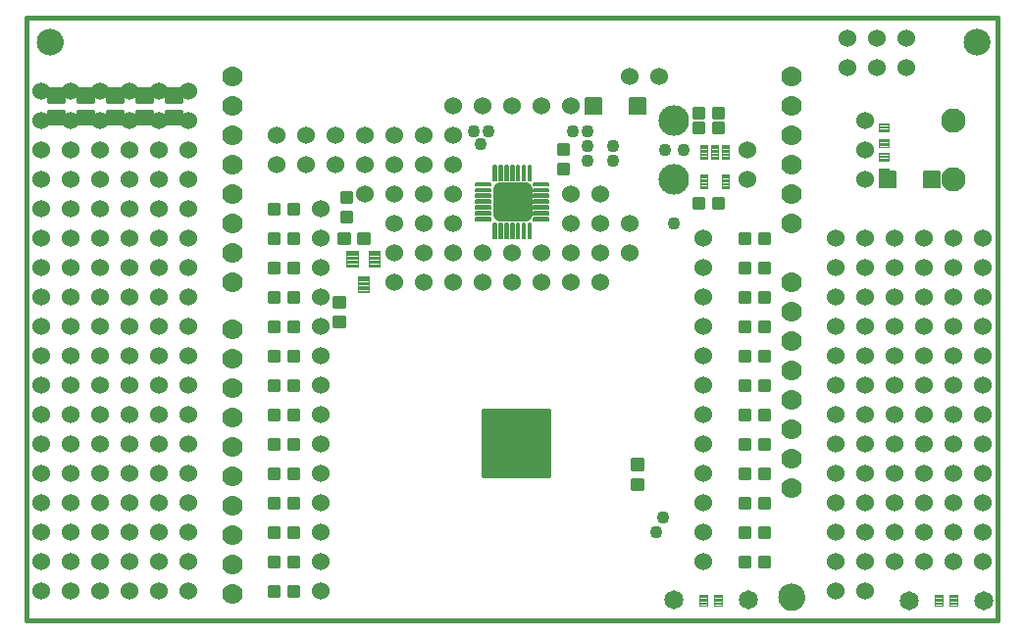
<source format=gbs>
G75*
%MOMM*%
%OFA0B0*%
%FSLAX33Y33*%
%IPPOS*%
%LPD*%
%AMOC8*
5,1,8,0,0,1.08239X$1,22.5*
%
%ADD10C,0.406*%
%ADD11C,0.000*%
%ADD12C,2.302*%
%ADD13C,0.254*%
%ADD14C,0.330*%
%ADD15C,1.524*%
%ADD16C,0.110*%
%ADD17C,0.118*%
%ADD18C,1.778*%
%ADD19C,2.102*%
%ADD20C,0.150*%
%ADD21C,0.120*%
%ADD22C,0.420*%
%ADD23C,2.642*%
%ADD24C,0.144*%
%ADD25C,1.089*%
%ADD26C,1.642*%
%ADD27C,1.102*%
%ADD28C,1.502*%
D10*
X00000Y00000D02*
X00000Y52060D01*
X83820Y52070D01*
X83820Y00000D01*
X00000Y00000D01*
D11*
X00900Y50000D02*
X00902Y50066D01*
X00908Y50131D01*
X00918Y50196D01*
X00931Y50261D01*
X00949Y50324D01*
X00970Y50387D01*
X00995Y50447D01*
X01024Y50507D01*
X01056Y50564D01*
X01091Y50620D01*
X01130Y50673D01*
X01172Y50724D01*
X01216Y50772D01*
X01264Y50817D01*
X01314Y50860D01*
X01367Y50899D01*
X01422Y50936D01*
X01479Y50969D01*
X01538Y50998D01*
X01598Y51024D01*
X01660Y51046D01*
X01723Y51065D01*
X01787Y51079D01*
X01852Y51090D01*
X01918Y51097D01*
X01984Y51100D01*
X02049Y51099D01*
X02115Y51094D01*
X02180Y51085D01*
X02245Y51072D01*
X02308Y51056D01*
X02371Y51036D01*
X02432Y51011D01*
X02492Y50984D01*
X02550Y50953D01*
X02606Y50918D01*
X02660Y50880D01*
X02711Y50839D01*
X02760Y50795D01*
X02806Y50748D01*
X02850Y50699D01*
X02890Y50647D01*
X02927Y50592D01*
X02961Y50536D01*
X02991Y50477D01*
X03018Y50417D01*
X03041Y50356D01*
X03060Y50293D01*
X03076Y50229D01*
X03088Y50164D01*
X03096Y50099D01*
X03100Y50033D01*
X03100Y49967D01*
X03096Y49901D01*
X03088Y49836D01*
X03076Y49771D01*
X03060Y49707D01*
X03041Y49644D01*
X03018Y49583D01*
X02991Y49523D01*
X02961Y49464D01*
X02927Y49408D01*
X02890Y49353D01*
X02850Y49301D01*
X02806Y49252D01*
X02760Y49205D01*
X02711Y49161D01*
X02660Y49120D01*
X02606Y49082D01*
X02550Y49047D01*
X02492Y49016D01*
X02432Y48989D01*
X02371Y48964D01*
X02308Y48944D01*
X02245Y48928D01*
X02180Y48915D01*
X02115Y48906D01*
X02049Y48901D01*
X01984Y48900D01*
X01918Y48903D01*
X01852Y48910D01*
X01787Y48921D01*
X01723Y48935D01*
X01660Y48954D01*
X01598Y48976D01*
X01538Y49002D01*
X01479Y49031D01*
X01422Y49064D01*
X01367Y49101D01*
X01314Y49140D01*
X01264Y49183D01*
X01216Y49228D01*
X01172Y49276D01*
X01130Y49327D01*
X01091Y49380D01*
X01056Y49436D01*
X01024Y49493D01*
X00995Y49553D01*
X00970Y49613D01*
X00949Y49676D01*
X00931Y49739D01*
X00918Y49804D01*
X00908Y49869D01*
X00902Y49934D01*
X00900Y50000D01*
X64900Y02000D02*
X64902Y02066D01*
X64908Y02131D01*
X64918Y02196D01*
X64931Y02261D01*
X64949Y02324D01*
X64970Y02387D01*
X64995Y02447D01*
X65024Y02507D01*
X65056Y02564D01*
X65091Y02620D01*
X65130Y02673D01*
X65172Y02724D01*
X65216Y02772D01*
X65264Y02817D01*
X65314Y02860D01*
X65367Y02899D01*
X65422Y02936D01*
X65479Y02969D01*
X65538Y02998D01*
X65598Y03024D01*
X65660Y03046D01*
X65723Y03065D01*
X65787Y03079D01*
X65852Y03090D01*
X65918Y03097D01*
X65984Y03100D01*
X66049Y03099D01*
X66115Y03094D01*
X66180Y03085D01*
X66245Y03072D01*
X66308Y03056D01*
X66371Y03036D01*
X66432Y03011D01*
X66492Y02984D01*
X66550Y02953D01*
X66606Y02918D01*
X66660Y02880D01*
X66711Y02839D01*
X66760Y02795D01*
X66806Y02748D01*
X66850Y02699D01*
X66890Y02647D01*
X66927Y02592D01*
X66961Y02536D01*
X66991Y02477D01*
X67018Y02417D01*
X67041Y02356D01*
X67060Y02293D01*
X67076Y02229D01*
X67088Y02164D01*
X67096Y02099D01*
X67100Y02033D01*
X67100Y01967D01*
X67096Y01901D01*
X67088Y01836D01*
X67076Y01771D01*
X67060Y01707D01*
X67041Y01644D01*
X67018Y01583D01*
X66991Y01523D01*
X66961Y01464D01*
X66927Y01408D01*
X66890Y01353D01*
X66850Y01301D01*
X66806Y01252D01*
X66760Y01205D01*
X66711Y01161D01*
X66660Y01120D01*
X66606Y01082D01*
X66550Y01047D01*
X66492Y01016D01*
X66432Y00989D01*
X66371Y00964D01*
X66308Y00944D01*
X66245Y00928D01*
X66180Y00915D01*
X66115Y00906D01*
X66049Y00901D01*
X65984Y00900D01*
X65918Y00903D01*
X65852Y00910D01*
X65787Y00921D01*
X65723Y00935D01*
X65660Y00954D01*
X65598Y00976D01*
X65538Y01002D01*
X65479Y01031D01*
X65422Y01064D01*
X65367Y01101D01*
X65314Y01140D01*
X65264Y01183D01*
X65216Y01228D01*
X65172Y01276D01*
X65130Y01327D01*
X65091Y01380D01*
X65056Y01436D01*
X65024Y01493D01*
X64995Y01553D01*
X64970Y01613D01*
X64949Y01676D01*
X64931Y01739D01*
X64918Y01804D01*
X64908Y01869D01*
X64902Y01934D01*
X64900Y02000D01*
X80900Y50000D02*
X80902Y50066D01*
X80908Y50131D01*
X80918Y50196D01*
X80931Y50261D01*
X80949Y50324D01*
X80970Y50387D01*
X80995Y50447D01*
X81024Y50507D01*
X81056Y50564D01*
X81091Y50620D01*
X81130Y50673D01*
X81172Y50724D01*
X81216Y50772D01*
X81264Y50817D01*
X81314Y50860D01*
X81367Y50899D01*
X81422Y50936D01*
X81479Y50969D01*
X81538Y50998D01*
X81598Y51024D01*
X81660Y51046D01*
X81723Y51065D01*
X81787Y51079D01*
X81852Y51090D01*
X81918Y51097D01*
X81984Y51100D01*
X82049Y51099D01*
X82115Y51094D01*
X82180Y51085D01*
X82245Y51072D01*
X82308Y51056D01*
X82371Y51036D01*
X82432Y51011D01*
X82492Y50984D01*
X82550Y50953D01*
X82606Y50918D01*
X82660Y50880D01*
X82711Y50839D01*
X82760Y50795D01*
X82806Y50748D01*
X82850Y50699D01*
X82890Y50647D01*
X82927Y50592D01*
X82961Y50536D01*
X82991Y50477D01*
X83018Y50417D01*
X83041Y50356D01*
X83060Y50293D01*
X83076Y50229D01*
X83088Y50164D01*
X83096Y50099D01*
X83100Y50033D01*
X83100Y49967D01*
X83096Y49901D01*
X83088Y49836D01*
X83076Y49771D01*
X83060Y49707D01*
X83041Y49644D01*
X83018Y49583D01*
X82991Y49523D01*
X82961Y49464D01*
X82927Y49408D01*
X82890Y49353D01*
X82850Y49301D01*
X82806Y49252D01*
X82760Y49205D01*
X82711Y49161D01*
X82660Y49120D01*
X82606Y49082D01*
X82550Y49047D01*
X82492Y49016D01*
X82432Y48989D01*
X82371Y48964D01*
X82308Y48944D01*
X82245Y48928D01*
X82180Y48915D01*
X82115Y48906D01*
X82049Y48901D01*
X81984Y48900D01*
X81918Y48903D01*
X81852Y48910D01*
X81787Y48921D01*
X81723Y48935D01*
X81660Y48954D01*
X81598Y48976D01*
X81538Y49002D01*
X81479Y49031D01*
X81422Y49064D01*
X81367Y49101D01*
X81314Y49140D01*
X81264Y49183D01*
X81216Y49228D01*
X81172Y49276D01*
X81130Y49327D01*
X81091Y49380D01*
X81056Y49436D01*
X81024Y49493D01*
X80995Y49553D01*
X80970Y49613D01*
X80949Y49676D01*
X80931Y49739D01*
X80918Y49804D01*
X80908Y49869D01*
X80902Y49934D01*
X80900Y50000D01*
D12*
X82000Y50000D03*
X66000Y02000D03*
X02000Y50000D03*
D13*
X39370Y18177D02*
X45085Y18177D01*
X45085Y12462D01*
X39370Y12462D01*
X39370Y18177D01*
X39370Y17928D02*
X45085Y17928D01*
X45085Y17675D02*
X39370Y17675D01*
X39370Y17423D02*
X45085Y17423D01*
X45085Y17170D02*
X39370Y17170D01*
X39370Y16918D02*
X45085Y16918D01*
X45085Y16665D02*
X39370Y16665D01*
X39370Y16413D02*
X45085Y16413D01*
X45085Y16160D02*
X39370Y16160D01*
X39370Y15907D02*
X45085Y15907D01*
X45085Y15655D02*
X39370Y15655D01*
X39370Y15402D02*
X45085Y15402D01*
X45085Y15150D02*
X39370Y15150D01*
X39370Y14897D02*
X45085Y14897D01*
X45085Y14645D02*
X39370Y14645D01*
X39370Y14392D02*
X45085Y14392D01*
X45085Y14140D02*
X39370Y14140D01*
X39370Y13887D02*
X45085Y13887D01*
X45085Y13635D02*
X39370Y13635D01*
X39370Y13382D02*
X45085Y13382D01*
X45085Y13130D02*
X39370Y13130D01*
X39370Y12877D02*
X45085Y12877D01*
X45085Y12625D02*
X39370Y12625D01*
D14*
X53106Y13081D02*
X53106Y13853D01*
X53106Y13081D02*
X52334Y13081D01*
X52334Y13853D01*
X53106Y13853D01*
X53106Y13410D02*
X52334Y13410D01*
X52334Y13739D02*
X53106Y13739D01*
X53106Y12153D02*
X53106Y11381D01*
X52334Y11381D01*
X52334Y12153D01*
X53106Y12153D01*
X53106Y11710D02*
X52334Y11710D01*
X52334Y12039D02*
X53106Y12039D01*
X61629Y13086D02*
X62401Y13086D01*
X62401Y12314D01*
X61629Y12314D01*
X61629Y13086D01*
X61629Y12643D02*
X62401Y12643D01*
X62401Y12972D02*
X61629Y12972D01*
X63329Y13086D02*
X64101Y13086D01*
X64101Y12314D01*
X63329Y12314D01*
X63329Y13086D01*
X63329Y12643D02*
X64101Y12643D01*
X64101Y12972D02*
X63329Y12972D01*
X63329Y10546D02*
X64101Y10546D01*
X64101Y09774D01*
X63329Y09774D01*
X63329Y10546D01*
X63329Y10103D02*
X64101Y10103D01*
X64101Y10432D02*
X63329Y10432D01*
X62401Y10546D02*
X61629Y10546D01*
X62401Y10546D02*
X62401Y09774D01*
X61629Y09774D01*
X61629Y10546D01*
X61629Y10103D02*
X62401Y10103D01*
X62401Y10432D02*
X61629Y10432D01*
X61629Y08006D02*
X62401Y08006D01*
X62401Y07234D01*
X61629Y07234D01*
X61629Y08006D01*
X61629Y07563D02*
X62401Y07563D01*
X62401Y07892D02*
X61629Y07892D01*
X63329Y08006D02*
X64101Y08006D01*
X64101Y07234D01*
X63329Y07234D01*
X63329Y08006D01*
X63329Y07563D02*
X64101Y07563D01*
X64101Y07892D02*
X63329Y07892D01*
X63329Y05466D02*
X64101Y05466D01*
X64101Y04694D01*
X63329Y04694D01*
X63329Y05466D01*
X63329Y05023D02*
X64101Y05023D01*
X64101Y05352D02*
X63329Y05352D01*
X62401Y05466D02*
X61629Y05466D01*
X62401Y05466D02*
X62401Y04694D01*
X61629Y04694D01*
X61629Y05466D01*
X61629Y05023D02*
X62401Y05023D01*
X62401Y05352D02*
X61629Y05352D01*
X61629Y15626D02*
X62401Y15626D01*
X62401Y14854D01*
X61629Y14854D01*
X61629Y15626D01*
X61629Y15183D02*
X62401Y15183D01*
X62401Y15512D02*
X61629Y15512D01*
X63329Y15626D02*
X64101Y15626D01*
X64101Y14854D01*
X63329Y14854D01*
X63329Y15626D01*
X63329Y15183D02*
X64101Y15183D01*
X64101Y15512D02*
X63329Y15512D01*
X63329Y18166D02*
X64101Y18166D01*
X64101Y17394D01*
X63329Y17394D01*
X63329Y18166D01*
X63329Y17723D02*
X64101Y17723D01*
X64101Y18052D02*
X63329Y18052D01*
X62401Y18166D02*
X61629Y18166D01*
X62401Y18166D02*
X62401Y17394D01*
X61629Y17394D01*
X61629Y18166D01*
X61629Y17723D02*
X62401Y17723D01*
X62401Y18052D02*
X61629Y18052D01*
X61629Y20706D02*
X62401Y20706D01*
X62401Y19934D01*
X61629Y19934D01*
X61629Y20706D01*
X61629Y20263D02*
X62401Y20263D01*
X62401Y20592D02*
X61629Y20592D01*
X63329Y20706D02*
X64101Y20706D01*
X64101Y19934D01*
X63329Y19934D01*
X63329Y20706D01*
X63329Y20263D02*
X64101Y20263D01*
X64101Y20592D02*
X63329Y20592D01*
X63329Y23246D02*
X64101Y23246D01*
X64101Y22474D01*
X63329Y22474D01*
X63329Y23246D01*
X63329Y22803D02*
X64101Y22803D01*
X64101Y23132D02*
X63329Y23132D01*
X62401Y23246D02*
X61629Y23246D01*
X62401Y23246D02*
X62401Y22474D01*
X61629Y22474D01*
X61629Y23246D01*
X61629Y22803D02*
X62401Y22803D01*
X62401Y23132D02*
X61629Y23132D01*
X61629Y25786D02*
X62401Y25786D01*
X62401Y25014D01*
X61629Y25014D01*
X61629Y25786D01*
X61629Y25343D02*
X62401Y25343D01*
X62401Y25672D02*
X61629Y25672D01*
X63329Y25786D02*
X64101Y25786D01*
X64101Y25014D01*
X63329Y25014D01*
X63329Y25786D01*
X63329Y25343D02*
X64101Y25343D01*
X64101Y25672D02*
X63329Y25672D01*
X63329Y28326D02*
X64101Y28326D01*
X64101Y27554D01*
X63329Y27554D01*
X63329Y28326D01*
X63329Y27883D02*
X64101Y27883D01*
X64101Y28212D02*
X63329Y28212D01*
X62401Y28326D02*
X61629Y28326D01*
X62401Y28326D02*
X62401Y27554D01*
X61629Y27554D01*
X61629Y28326D01*
X61629Y27883D02*
X62401Y27883D01*
X62401Y28212D02*
X61629Y28212D01*
X61629Y30866D02*
X62401Y30866D01*
X62401Y30094D01*
X61629Y30094D01*
X61629Y30866D01*
X61629Y30423D02*
X62401Y30423D01*
X62401Y30752D02*
X61629Y30752D01*
X63329Y30866D02*
X64101Y30866D01*
X64101Y30094D01*
X63329Y30094D01*
X63329Y30866D01*
X63329Y30423D02*
X64101Y30423D01*
X64101Y30752D02*
X63329Y30752D01*
X63329Y33406D02*
X64101Y33406D01*
X64101Y32634D01*
X63329Y32634D01*
X63329Y33406D01*
X63329Y32963D02*
X64101Y32963D01*
X64101Y33292D02*
X63329Y33292D01*
X62401Y33406D02*
X61629Y33406D01*
X62401Y33406D02*
X62401Y32634D01*
X61629Y32634D01*
X61629Y33406D01*
X61629Y32963D02*
X62401Y32963D01*
X62401Y33292D02*
X61629Y33292D01*
X60132Y35650D02*
X59360Y35650D01*
X59360Y36422D01*
X60132Y36422D01*
X60132Y35650D01*
X60132Y35979D02*
X59360Y35979D01*
X59360Y36308D02*
X60132Y36308D01*
X58432Y35650D02*
X57660Y35650D01*
X57660Y36422D01*
X58432Y36422D01*
X58432Y35650D01*
X58432Y35979D02*
X57660Y35979D01*
X57660Y36308D02*
X58432Y36308D01*
X58432Y42159D02*
X57660Y42159D01*
X57660Y42931D01*
X58432Y42931D01*
X58432Y42159D01*
X58432Y42488D02*
X57660Y42488D01*
X57660Y42817D02*
X58432Y42817D01*
X58432Y43429D02*
X57660Y43429D01*
X57660Y44201D01*
X58432Y44201D01*
X58432Y43429D01*
X58432Y43758D02*
X57660Y43758D01*
X57660Y44087D02*
X58432Y44087D01*
X59360Y43429D02*
X60132Y43429D01*
X59360Y43429D02*
X59360Y44201D01*
X60132Y44201D01*
X60132Y43429D01*
X60132Y43758D02*
X59360Y43758D01*
X59360Y44087D02*
X60132Y44087D01*
X60132Y42159D02*
X59360Y42159D01*
X59360Y42931D01*
X60132Y42931D01*
X60132Y42159D01*
X60132Y42488D02*
X59360Y42488D01*
X59360Y42817D02*
X60132Y42817D01*
X46741Y41082D02*
X46741Y40310D01*
X45969Y40310D01*
X45969Y41082D01*
X46741Y41082D01*
X46741Y40639D02*
X45969Y40639D01*
X45969Y40968D02*
X46741Y40968D01*
X46741Y39382D02*
X46741Y38610D01*
X45969Y38610D01*
X45969Y39382D01*
X46741Y39382D01*
X46741Y38939D02*
X45969Y38939D01*
X45969Y39268D02*
X46741Y39268D01*
X29493Y33406D02*
X28721Y33406D01*
X29493Y33406D02*
X29493Y32634D01*
X28721Y32634D01*
X28721Y33406D01*
X28721Y32963D02*
X29493Y32963D01*
X29493Y33292D02*
X28721Y33292D01*
X27793Y33406D02*
X27021Y33406D01*
X27793Y33406D02*
X27793Y32634D01*
X27021Y32634D01*
X27021Y33406D01*
X27021Y32963D02*
X27793Y32963D01*
X27793Y33292D02*
X27021Y33292D01*
X27236Y34483D02*
X27236Y35255D01*
X28008Y35255D01*
X28008Y34483D01*
X27236Y34483D01*
X27236Y34812D02*
X28008Y34812D01*
X28008Y35141D02*
X27236Y35141D01*
X27236Y36183D02*
X27236Y36955D01*
X28008Y36955D01*
X28008Y36183D01*
X27236Y36183D01*
X27236Y36512D02*
X28008Y36512D01*
X28008Y36841D02*
X27236Y36841D01*
X23461Y35174D02*
X22689Y35174D01*
X22689Y35946D01*
X23461Y35946D01*
X23461Y35174D01*
X23461Y35503D02*
X22689Y35503D01*
X22689Y35832D02*
X23461Y35832D01*
X21761Y35174D02*
X20989Y35174D01*
X20989Y35946D01*
X21761Y35946D01*
X21761Y35174D01*
X21761Y35503D02*
X20989Y35503D01*
X20989Y35832D02*
X21761Y35832D01*
X21761Y32634D02*
X20989Y32634D01*
X20989Y33406D01*
X21761Y33406D01*
X21761Y32634D01*
X21761Y32963D02*
X20989Y32963D01*
X20989Y33292D02*
X21761Y33292D01*
X22689Y32634D02*
X23461Y32634D01*
X22689Y32634D02*
X22689Y33406D01*
X23461Y33406D01*
X23461Y32634D01*
X23461Y32963D02*
X22689Y32963D01*
X22689Y33292D02*
X23461Y33292D01*
X23461Y30094D02*
X22689Y30094D01*
X22689Y30866D01*
X23461Y30866D01*
X23461Y30094D01*
X23461Y30423D02*
X22689Y30423D01*
X22689Y30752D02*
X23461Y30752D01*
X21761Y30094D02*
X20989Y30094D01*
X20989Y30866D01*
X21761Y30866D01*
X21761Y30094D01*
X21761Y30423D02*
X20989Y30423D01*
X20989Y30752D02*
X21761Y30752D01*
X21761Y27554D02*
X20989Y27554D01*
X20989Y28326D01*
X21761Y28326D01*
X21761Y27554D01*
X21761Y27883D02*
X20989Y27883D01*
X20989Y28212D02*
X21761Y28212D01*
X22689Y27554D02*
X23461Y27554D01*
X22689Y27554D02*
X22689Y28326D01*
X23461Y28326D01*
X23461Y27554D01*
X23461Y27883D02*
X22689Y27883D01*
X22689Y28212D02*
X23461Y28212D01*
X23461Y25014D02*
X22689Y25014D01*
X22689Y25786D01*
X23461Y25786D01*
X23461Y25014D01*
X23461Y25343D02*
X22689Y25343D01*
X22689Y25672D02*
X23461Y25672D01*
X21761Y25014D02*
X20989Y25014D01*
X20989Y25786D01*
X21761Y25786D01*
X21761Y25014D01*
X21761Y25343D02*
X20989Y25343D01*
X20989Y25672D02*
X21761Y25672D01*
X21761Y22474D02*
X20989Y22474D01*
X20989Y23246D01*
X21761Y23246D01*
X21761Y22474D01*
X21761Y22803D02*
X20989Y22803D01*
X20989Y23132D02*
X21761Y23132D01*
X22689Y22474D02*
X23461Y22474D01*
X22689Y22474D02*
X22689Y23246D01*
X23461Y23246D01*
X23461Y22474D01*
X23461Y22803D02*
X22689Y22803D01*
X22689Y23132D02*
X23461Y23132D01*
X23461Y19934D02*
X22689Y19934D01*
X22689Y20706D01*
X23461Y20706D01*
X23461Y19934D01*
X23461Y20263D02*
X22689Y20263D01*
X22689Y20592D02*
X23461Y20592D01*
X21761Y19934D02*
X20989Y19934D01*
X20989Y20706D01*
X21761Y20706D01*
X21761Y19934D01*
X21761Y20263D02*
X20989Y20263D01*
X20989Y20592D02*
X21761Y20592D01*
X21761Y17394D02*
X20989Y17394D01*
X20989Y18166D01*
X21761Y18166D01*
X21761Y17394D01*
X21761Y17723D02*
X20989Y17723D01*
X20989Y18052D02*
X21761Y18052D01*
X22689Y17394D02*
X23461Y17394D01*
X22689Y17394D02*
X22689Y18166D01*
X23461Y18166D01*
X23461Y17394D01*
X23461Y17723D02*
X22689Y17723D01*
X22689Y18052D02*
X23461Y18052D01*
X23461Y14854D02*
X22689Y14854D01*
X22689Y15626D01*
X23461Y15626D01*
X23461Y14854D01*
X23461Y15183D02*
X22689Y15183D01*
X22689Y15512D02*
X23461Y15512D01*
X21761Y14854D02*
X20989Y14854D01*
X20989Y15626D01*
X21761Y15626D01*
X21761Y14854D01*
X21761Y15183D02*
X20989Y15183D01*
X20989Y15512D02*
X21761Y15512D01*
X21761Y12314D02*
X20989Y12314D01*
X20989Y13086D01*
X21761Y13086D01*
X21761Y12314D01*
X21761Y12643D02*
X20989Y12643D01*
X20989Y12972D02*
X21761Y12972D01*
X22689Y12314D02*
X23461Y12314D01*
X22689Y12314D02*
X22689Y13086D01*
X23461Y13086D01*
X23461Y12314D01*
X23461Y12643D02*
X22689Y12643D01*
X22689Y12972D02*
X23461Y12972D01*
X23461Y09774D02*
X22689Y09774D01*
X22689Y10546D01*
X23461Y10546D01*
X23461Y09774D01*
X23461Y10103D02*
X22689Y10103D01*
X22689Y10432D02*
X23461Y10432D01*
X21761Y09774D02*
X20989Y09774D01*
X20989Y10546D01*
X21761Y10546D01*
X21761Y09774D01*
X21761Y10103D02*
X20989Y10103D01*
X20989Y10432D02*
X21761Y10432D01*
X21761Y07234D02*
X20989Y07234D01*
X20989Y08006D01*
X21761Y08006D01*
X21761Y07234D01*
X21761Y07563D02*
X20989Y07563D01*
X20989Y07892D02*
X21761Y07892D01*
X22689Y07234D02*
X23461Y07234D01*
X22689Y07234D02*
X22689Y08006D01*
X23461Y08006D01*
X23461Y07234D01*
X23461Y07563D02*
X22689Y07563D01*
X22689Y07892D02*
X23461Y07892D01*
X23461Y04694D02*
X22689Y04694D01*
X22689Y05466D01*
X23461Y05466D01*
X23461Y04694D01*
X23461Y05023D02*
X22689Y05023D01*
X22689Y05352D02*
X23461Y05352D01*
X21761Y04694D02*
X20989Y04694D01*
X20989Y05466D01*
X21761Y05466D01*
X21761Y04694D01*
X21761Y05023D02*
X20989Y05023D01*
X20989Y05352D02*
X21761Y05352D01*
X21761Y02154D02*
X20989Y02154D01*
X20989Y02926D01*
X21761Y02926D01*
X21761Y02154D01*
X21761Y02483D02*
X20989Y02483D01*
X20989Y02812D02*
X21761Y02812D01*
X22689Y02154D02*
X23461Y02154D01*
X22689Y02154D02*
X22689Y02926D01*
X23461Y02926D01*
X23461Y02154D01*
X23461Y02483D02*
X22689Y02483D01*
X22689Y02812D02*
X23461Y02812D01*
X26601Y25434D02*
X26601Y26206D01*
X27373Y26206D01*
X27373Y25434D01*
X26601Y25434D01*
X26601Y25763D02*
X27373Y25763D01*
X27373Y26092D02*
X26601Y26092D01*
X26601Y27134D02*
X26601Y27906D01*
X27373Y27906D01*
X27373Y27134D01*
X26601Y27134D01*
X26601Y27463D02*
X27373Y27463D01*
X27373Y27792D02*
X26601Y27792D01*
D15*
X25400Y27940D03*
X25400Y25400D03*
X25400Y22860D03*
X25400Y20320D03*
X25400Y17780D03*
X25400Y15240D03*
X25400Y12700D03*
X25400Y10160D03*
X25400Y07620D03*
X25400Y05080D03*
X25400Y02540D03*
X13970Y02540D03*
X11430Y02540D03*
X08890Y02540D03*
X08890Y05080D03*
X08890Y07620D03*
X11430Y07620D03*
X11430Y05080D03*
X13970Y05080D03*
X13970Y07620D03*
X13970Y10160D03*
X13970Y12700D03*
X11430Y12700D03*
X11430Y10160D03*
X08890Y10160D03*
X08890Y12700D03*
X08890Y15240D03*
X08890Y17780D03*
X11430Y17780D03*
X11430Y15240D03*
X13970Y15240D03*
X13970Y17780D03*
X13970Y20320D03*
X13970Y22860D03*
X11430Y22860D03*
X11430Y20320D03*
X08890Y20320D03*
X08890Y22860D03*
X08890Y25400D03*
X08890Y27940D03*
X11430Y27940D03*
X11430Y25400D03*
X13970Y25400D03*
X13970Y27940D03*
X13970Y30480D03*
X13970Y33020D03*
X11430Y33020D03*
X11430Y30480D03*
X08890Y30480D03*
X08890Y33020D03*
X08890Y35560D03*
X08890Y38100D03*
X11430Y38100D03*
X11430Y35560D03*
X13970Y35560D03*
X13970Y38100D03*
X13970Y40640D03*
X13970Y43180D03*
X11430Y43180D03*
X11430Y40640D03*
X08890Y40640D03*
X08890Y43180D03*
X08890Y45720D03*
X11430Y45720D03*
X13970Y45720D03*
X06350Y45720D03*
X03810Y45720D03*
X01270Y45720D03*
X01270Y43180D03*
X01270Y40640D03*
X03810Y40640D03*
X03810Y43180D03*
X06350Y43180D03*
X06350Y40640D03*
X06350Y38100D03*
X06350Y35560D03*
X03810Y35560D03*
X03810Y38100D03*
X01270Y38100D03*
X01270Y35560D03*
X01270Y33020D03*
X01270Y30480D03*
X03810Y30480D03*
X03810Y33020D03*
X06350Y33020D03*
X06350Y30480D03*
X06350Y27940D03*
X06350Y25400D03*
X03810Y25400D03*
X03810Y27940D03*
X01270Y27940D03*
X01270Y25400D03*
X01270Y22860D03*
X01270Y20320D03*
X03810Y20320D03*
X03810Y22860D03*
X06350Y22860D03*
X06350Y20320D03*
X06350Y17780D03*
X06350Y15240D03*
X03810Y15240D03*
X03810Y17780D03*
X01270Y17780D03*
X01270Y15240D03*
X01270Y12700D03*
X01270Y10160D03*
X03810Y10160D03*
X03810Y12700D03*
X06350Y12700D03*
X06350Y10160D03*
X06350Y07620D03*
X06350Y05080D03*
X03810Y05080D03*
X03810Y07620D03*
X01270Y07620D03*
X01270Y05080D03*
X01270Y02540D03*
X03810Y02540D03*
X06350Y02540D03*
X31750Y29210D03*
X34290Y29210D03*
X34290Y31750D03*
X34290Y34290D03*
X31750Y34290D03*
X31750Y31750D03*
X31750Y36830D03*
X31750Y39370D03*
X29210Y39370D03*
X29210Y36830D03*
X26670Y39370D03*
X24130Y39370D03*
X24130Y41910D03*
X26670Y41910D03*
X29210Y41910D03*
X31750Y41910D03*
X34290Y41910D03*
X34290Y39370D03*
X34290Y36830D03*
X36830Y36830D03*
X36830Y39370D03*
X36830Y41910D03*
X36830Y44450D03*
X39370Y44450D03*
X41910Y44450D03*
X44450Y44450D03*
X46990Y44450D03*
X52070Y46990D03*
X54610Y46990D03*
X62230Y40640D03*
X62230Y38100D03*
X58420Y33020D03*
X58420Y30480D03*
X58420Y27940D03*
X58420Y25400D03*
X58420Y22860D03*
X58420Y20320D03*
X58420Y17780D03*
X58420Y15240D03*
X58420Y12700D03*
X58420Y10160D03*
X58420Y07620D03*
X58420Y05080D03*
X69850Y05080D03*
X69850Y07620D03*
X69850Y10160D03*
X69850Y12700D03*
X69850Y15240D03*
X69850Y17780D03*
X69850Y20320D03*
X69850Y22860D03*
X69850Y25400D03*
X69850Y27940D03*
X69850Y30480D03*
X69850Y33020D03*
X72390Y33020D03*
X72390Y30480D03*
X74930Y30480D03*
X74930Y33020D03*
X77470Y33020D03*
X77470Y30480D03*
X77470Y27940D03*
X77470Y25400D03*
X74930Y25400D03*
X74930Y27940D03*
X72390Y27940D03*
X72390Y25400D03*
X72390Y22860D03*
X72390Y20320D03*
X74930Y20320D03*
X74930Y22860D03*
X77470Y22860D03*
X77470Y20320D03*
X77470Y17780D03*
X77470Y15240D03*
X74930Y15240D03*
X74930Y17780D03*
X72390Y17780D03*
X72390Y15240D03*
X72390Y12700D03*
X72390Y10160D03*
X74930Y10160D03*
X74930Y12700D03*
X77470Y12700D03*
X77470Y10160D03*
X77470Y07620D03*
X77470Y05080D03*
X74930Y05080D03*
X74930Y07620D03*
X72390Y07620D03*
X72390Y05080D03*
X72390Y02540D03*
X69850Y02540D03*
X80010Y05080D03*
X80010Y07620D03*
X82550Y07620D03*
X82550Y05080D03*
X82550Y10160D03*
X82550Y12700D03*
X80010Y12700D03*
X80010Y10160D03*
X80010Y15240D03*
X80010Y17780D03*
X82550Y17780D03*
X82550Y15240D03*
X82550Y20320D03*
X82550Y22860D03*
X80010Y22860D03*
X80010Y20320D03*
X80010Y25400D03*
X80010Y27940D03*
X82550Y27940D03*
X82550Y25400D03*
X82550Y30480D03*
X82550Y33020D03*
X80010Y33020D03*
X80010Y30480D03*
X72390Y38100D03*
X72390Y40640D03*
X72390Y43180D03*
X73343Y47784D03*
X75883Y47784D03*
X75883Y50324D03*
X73343Y50324D03*
X70803Y50324D03*
X70803Y47784D03*
X52070Y34290D03*
X52070Y31750D03*
X49530Y31750D03*
X49530Y34290D03*
X46990Y34290D03*
X46990Y31750D03*
X44450Y31750D03*
X44450Y29210D03*
X46990Y29210D03*
X49530Y29210D03*
X41910Y29210D03*
X39370Y29210D03*
X36830Y29210D03*
X36830Y31750D03*
X36830Y34290D03*
X39370Y31750D03*
X41910Y31750D03*
X46990Y36830D03*
X49530Y36830D03*
X25400Y35560D03*
X25400Y33020D03*
X25400Y30480D03*
X21590Y39370D03*
X21590Y41910D03*
D16*
X27605Y30566D02*
X28597Y30566D01*
X27605Y30566D02*
X27605Y31958D01*
X28597Y31958D01*
X28597Y30566D01*
X28597Y30675D02*
X27605Y30675D01*
X27605Y30784D02*
X28597Y30784D01*
X28597Y30893D02*
X27605Y30893D01*
X27605Y31002D02*
X28597Y31002D01*
X28597Y31111D02*
X27605Y31111D01*
X27605Y31220D02*
X28597Y31220D01*
X28597Y31329D02*
X27605Y31329D01*
X27605Y31438D02*
X28597Y31438D01*
X28597Y31547D02*
X27605Y31547D01*
X27605Y31656D02*
X28597Y31656D01*
X28597Y31765D02*
X27605Y31765D01*
X27605Y31874D02*
X28597Y31874D01*
X29505Y30566D02*
X30497Y30566D01*
X29505Y30566D02*
X29505Y31958D01*
X30497Y31958D01*
X30497Y30566D01*
X30497Y30675D02*
X29505Y30675D01*
X29505Y30784D02*
X30497Y30784D01*
X30497Y30893D02*
X29505Y30893D01*
X29505Y31002D02*
X30497Y31002D01*
X30497Y31111D02*
X29505Y31111D01*
X29505Y31220D02*
X30497Y31220D01*
X30497Y31329D02*
X29505Y31329D01*
X29505Y31438D02*
X30497Y31438D01*
X30497Y31547D02*
X29505Y31547D01*
X29505Y31656D02*
X30497Y31656D01*
X30497Y31765D02*
X29505Y31765D01*
X29505Y31874D02*
X30497Y31874D01*
X29547Y28366D02*
X28555Y28366D01*
X28555Y29758D01*
X29547Y29758D01*
X29547Y28366D01*
X29547Y28475D02*
X28555Y28475D01*
X28555Y28584D02*
X29547Y28584D01*
X29547Y28693D02*
X28555Y28693D01*
X28555Y28802D02*
X29547Y28802D01*
X29547Y28911D02*
X28555Y28911D01*
X28555Y29020D02*
X29547Y29020D01*
X29547Y29129D02*
X28555Y29129D01*
X28555Y29238D02*
X29547Y29238D01*
X29547Y29347D02*
X28555Y29347D01*
X28555Y29456D02*
X29547Y29456D01*
X29547Y29565D02*
X28555Y29565D01*
X28555Y29674D02*
X29547Y29674D01*
D17*
X58731Y37314D02*
X58731Y38568D01*
X58731Y37314D02*
X58113Y37314D01*
X58113Y38568D01*
X58731Y38568D01*
X58731Y37431D02*
X58113Y37431D01*
X58113Y37548D02*
X58731Y37548D01*
X58731Y37665D02*
X58113Y37665D01*
X58113Y37782D02*
X58731Y37782D01*
X58731Y37899D02*
X58113Y37899D01*
X58113Y38016D02*
X58731Y38016D01*
X58731Y38133D02*
X58113Y38133D01*
X58113Y38250D02*
X58731Y38250D01*
X58731Y38367D02*
X58113Y38367D01*
X58113Y38484D02*
X58731Y38484D01*
X60631Y38568D02*
X60631Y37314D01*
X60013Y37314D01*
X60013Y38568D01*
X60631Y38568D01*
X60631Y37431D02*
X60013Y37431D01*
X60013Y37548D02*
X60631Y37548D01*
X60631Y37665D02*
X60013Y37665D01*
X60013Y37782D02*
X60631Y37782D01*
X60631Y37899D02*
X60013Y37899D01*
X60013Y38016D02*
X60631Y38016D01*
X60631Y38133D02*
X60013Y38133D01*
X60013Y38250D02*
X60631Y38250D01*
X60631Y38367D02*
X60013Y38367D01*
X60013Y38484D02*
X60631Y38484D01*
X60013Y39854D02*
X60013Y41108D01*
X60631Y41108D01*
X60631Y39854D01*
X60013Y39854D01*
X60013Y39971D02*
X60631Y39971D01*
X60631Y40088D02*
X60013Y40088D01*
X60013Y40205D02*
X60631Y40205D01*
X60631Y40322D02*
X60013Y40322D01*
X60013Y40439D02*
X60631Y40439D01*
X60631Y40556D02*
X60013Y40556D01*
X60013Y40673D02*
X60631Y40673D01*
X60631Y40790D02*
X60013Y40790D01*
X60013Y40907D02*
X60631Y40907D01*
X60631Y41024D02*
X60013Y41024D01*
X59063Y41108D02*
X59063Y39854D01*
X59063Y41108D02*
X59681Y41108D01*
X59681Y39854D01*
X59063Y39854D01*
X59063Y39971D02*
X59681Y39971D01*
X59681Y40088D02*
X59063Y40088D01*
X59063Y40205D02*
X59681Y40205D01*
X59681Y40322D02*
X59063Y40322D01*
X59063Y40439D02*
X59681Y40439D01*
X59681Y40556D02*
X59063Y40556D01*
X59063Y40673D02*
X59681Y40673D01*
X59681Y40790D02*
X59063Y40790D01*
X59063Y40907D02*
X59681Y40907D01*
X59681Y41024D02*
X59063Y41024D01*
X58113Y41108D02*
X58113Y39854D01*
X58113Y41108D02*
X58731Y41108D01*
X58731Y39854D01*
X58113Y39854D01*
X58113Y39971D02*
X58731Y39971D01*
X58731Y40088D02*
X58113Y40088D01*
X58113Y40205D02*
X58731Y40205D01*
X58731Y40322D02*
X58113Y40322D01*
X58113Y40439D02*
X58731Y40439D01*
X58731Y40556D02*
X58113Y40556D01*
X58113Y40673D02*
X58731Y40673D01*
X58731Y40790D02*
X58113Y40790D01*
X58113Y40907D02*
X58731Y40907D01*
X58731Y41024D02*
X58113Y41024D01*
D18*
X66040Y41910D03*
X66040Y44450D03*
X66040Y46990D03*
X66040Y39370D03*
X66040Y36830D03*
X66040Y34290D03*
X66040Y29210D03*
X66040Y26670D03*
X66040Y24130D03*
X66040Y21590D03*
X66040Y19050D03*
X66040Y16510D03*
X66040Y13970D03*
X66040Y11430D03*
X17780Y12446D03*
X17780Y14986D03*
X17780Y17526D03*
X17780Y20066D03*
X17780Y22606D03*
X17780Y25146D03*
X17780Y29210D03*
X17780Y31750D03*
X17780Y34290D03*
X17780Y36830D03*
X17780Y39370D03*
X17780Y41910D03*
X17780Y44450D03*
X17780Y46990D03*
X17780Y09906D03*
X17780Y07366D03*
X17780Y04826D03*
X17780Y02286D03*
D19*
X79985Y38079D03*
X79985Y43159D03*
D20*
X78776Y37424D02*
X77424Y37424D01*
X77424Y38776D01*
X78776Y38776D01*
X78776Y37424D01*
X78776Y37573D02*
X77424Y37573D01*
X77424Y37722D02*
X78776Y37722D01*
X78776Y37871D02*
X77424Y37871D01*
X77424Y38020D02*
X78776Y38020D01*
X78776Y38169D02*
X77424Y38169D01*
X77424Y38318D02*
X78776Y38318D01*
X78776Y38467D02*
X77424Y38467D01*
X77424Y38616D02*
X78776Y38616D01*
X78776Y38765D02*
X77424Y38765D01*
X74976Y37424D02*
X73624Y37424D01*
X73624Y38776D01*
X74976Y38776D01*
X74976Y37424D01*
X74976Y37573D02*
X73624Y37573D01*
X73624Y37722D02*
X74976Y37722D01*
X74976Y37871D02*
X73624Y37871D01*
X73624Y38020D02*
X74976Y38020D01*
X74976Y38169D02*
X73624Y38169D01*
X73624Y38318D02*
X74976Y38318D01*
X74976Y38467D02*
X73624Y38467D01*
X73624Y38616D02*
X74976Y38616D01*
X74976Y38765D02*
X73624Y38765D01*
X53376Y45126D02*
X52024Y45126D01*
X53376Y45126D02*
X53376Y43774D01*
X52024Y43774D01*
X52024Y45126D01*
X52024Y43923D02*
X53376Y43923D01*
X53376Y44072D02*
X52024Y44072D01*
X52024Y44221D02*
X53376Y44221D01*
X53376Y44370D02*
X52024Y44370D01*
X52024Y44519D02*
X53376Y44519D01*
X53376Y44668D02*
X52024Y44668D01*
X52024Y44817D02*
X53376Y44817D01*
X53376Y44966D02*
X52024Y44966D01*
X52024Y45115D02*
X53376Y45115D01*
X49576Y45126D02*
X48224Y45126D01*
X49576Y45126D02*
X49576Y43774D01*
X48224Y43774D01*
X48224Y45126D01*
X48224Y43923D02*
X49576Y43923D01*
X49576Y44072D02*
X48224Y44072D01*
X48224Y44221D02*
X49576Y44221D01*
X49576Y44370D02*
X48224Y44370D01*
X48224Y44519D02*
X49576Y44519D01*
X49576Y44668D02*
X48224Y44668D01*
X48224Y44817D02*
X49576Y44817D01*
X49576Y44966D02*
X48224Y44966D01*
X48224Y45115D02*
X49576Y45115D01*
D21*
X73537Y42901D02*
X73537Y42219D01*
X73537Y42901D02*
X74419Y42901D01*
X74419Y42219D01*
X73537Y42219D01*
X73537Y42338D02*
X74419Y42338D01*
X74419Y42457D02*
X73537Y42457D01*
X73537Y42576D02*
X74419Y42576D01*
X74419Y42695D02*
X73537Y42695D01*
X73537Y42814D02*
X74419Y42814D01*
X73537Y41601D02*
X73537Y40919D01*
X73537Y41601D02*
X74419Y41601D01*
X74419Y40919D01*
X73537Y40919D01*
X73537Y41038D02*
X74419Y41038D01*
X74419Y41157D02*
X73537Y41157D01*
X73537Y41276D02*
X74419Y41276D01*
X74419Y41395D02*
X73537Y41395D01*
X73537Y41514D02*
X74419Y41514D01*
X74419Y40361D02*
X74419Y39679D01*
X73537Y39679D01*
X73537Y40361D01*
X74419Y40361D01*
X74419Y39798D02*
X73537Y39798D01*
X73537Y39917D02*
X74419Y39917D01*
X74419Y40036D02*
X73537Y40036D01*
X73537Y40155D02*
X74419Y40155D01*
X74419Y40274D02*
X73537Y40274D01*
X74419Y39061D02*
X74419Y38379D01*
X73537Y38379D01*
X73537Y39061D01*
X74419Y39061D01*
X74419Y38498D02*
X73537Y38498D01*
X73537Y38617D02*
X74419Y38617D01*
X74419Y38736D02*
X73537Y38736D01*
X73537Y38855D02*
X74419Y38855D01*
X74419Y38974D02*
X73537Y38974D01*
X78384Y02187D02*
X79066Y02187D01*
X79066Y01305D01*
X78384Y01305D01*
X78384Y02187D01*
X78384Y01424D02*
X79066Y01424D01*
X79066Y01543D02*
X78384Y01543D01*
X78384Y01662D02*
X79066Y01662D01*
X79066Y01781D02*
X78384Y01781D01*
X78384Y01900D02*
X79066Y01900D01*
X79066Y02019D02*
X78384Y02019D01*
X78384Y02138D02*
X79066Y02138D01*
X79684Y02187D02*
X80366Y02187D01*
X80366Y01305D01*
X79684Y01305D01*
X79684Y02187D01*
X79684Y01424D02*
X80366Y01424D01*
X80366Y01543D02*
X79684Y01543D01*
X79684Y01662D02*
X80366Y01662D01*
X80366Y01781D02*
X79684Y01781D01*
X79684Y01900D02*
X80366Y01900D01*
X80366Y02019D02*
X79684Y02019D01*
X79684Y02138D02*
X80366Y02138D01*
X60046Y01305D02*
X59364Y01305D01*
X59364Y02187D01*
X60046Y02187D01*
X60046Y01305D01*
X60046Y01424D02*
X59364Y01424D01*
X59364Y01543D02*
X60046Y01543D01*
X60046Y01662D02*
X59364Y01662D01*
X59364Y01781D02*
X60046Y01781D01*
X60046Y01900D02*
X59364Y01900D01*
X59364Y02019D02*
X60046Y02019D01*
X60046Y02138D02*
X59364Y02138D01*
X58746Y01305D02*
X58064Y01305D01*
X58064Y02187D01*
X58746Y02187D01*
X58746Y01305D01*
X58746Y01424D02*
X58064Y01424D01*
X58064Y01543D02*
X58746Y01543D01*
X58746Y01662D02*
X58064Y01662D01*
X58064Y01781D02*
X58746Y01781D01*
X58746Y01900D02*
X58064Y01900D01*
X58064Y02019D02*
X58746Y02019D01*
X58746Y02138D02*
X58064Y02138D01*
D22*
X13291Y43009D02*
X13291Y43991D01*
X13291Y43009D02*
X12109Y43009D01*
X12109Y43991D01*
X13291Y43991D01*
X13291Y43428D02*
X12109Y43428D01*
X12109Y43847D02*
X13291Y43847D01*
X13291Y44909D02*
X13291Y45891D01*
X13291Y44909D02*
X12109Y44909D01*
X12109Y45891D01*
X13291Y45891D01*
X13291Y45328D02*
X12109Y45328D01*
X12109Y45747D02*
X13291Y45747D01*
X10751Y45891D02*
X10751Y44909D01*
X09569Y44909D01*
X09569Y45891D01*
X10751Y45891D01*
X10751Y45328D02*
X09569Y45328D01*
X09569Y45747D02*
X10751Y45747D01*
X10751Y43991D02*
X10751Y43009D01*
X09569Y43009D01*
X09569Y43991D01*
X10751Y43991D01*
X10751Y43428D02*
X09569Y43428D01*
X09569Y43847D02*
X10751Y43847D01*
X08211Y43991D02*
X08211Y43009D01*
X07029Y43009D01*
X07029Y43991D01*
X08211Y43991D01*
X08211Y43428D02*
X07029Y43428D01*
X07029Y43847D02*
X08211Y43847D01*
X08211Y44909D02*
X08211Y45891D01*
X08211Y44909D02*
X07029Y44909D01*
X07029Y45891D01*
X08211Y45891D01*
X08211Y45328D02*
X07029Y45328D01*
X07029Y45747D02*
X08211Y45747D01*
X05671Y45891D02*
X05671Y44909D01*
X04489Y44909D01*
X04489Y45891D01*
X05671Y45891D01*
X05671Y45328D02*
X04489Y45328D01*
X04489Y45747D02*
X05671Y45747D01*
X05671Y43991D02*
X05671Y43009D01*
X04489Y43009D01*
X04489Y43991D01*
X05671Y43991D01*
X05671Y43428D02*
X04489Y43428D01*
X04489Y43847D02*
X05671Y43847D01*
X03131Y43991D02*
X03131Y43009D01*
X01949Y43009D01*
X01949Y43991D01*
X03131Y43991D01*
X03131Y43428D02*
X01949Y43428D01*
X01949Y43847D02*
X03131Y43847D01*
X03131Y44909D02*
X03131Y45891D01*
X03131Y44909D02*
X01949Y44909D01*
X01949Y45891D01*
X03131Y45891D01*
X03131Y45328D02*
X01949Y45328D01*
X01949Y45747D02*
X03131Y45747D01*
D23*
X55880Y43180D03*
X55880Y38100D03*
D24*
X45039Y37799D02*
X43781Y37799D01*
X45039Y37799D02*
X45039Y37591D01*
X43781Y37591D01*
X43781Y37799D01*
X43781Y37734D02*
X45039Y37734D01*
X45039Y37299D02*
X43781Y37299D01*
X45039Y37299D02*
X45039Y37091D01*
X43781Y37091D01*
X43781Y37299D01*
X43781Y37234D02*
X45039Y37234D01*
X45039Y36799D02*
X43781Y36799D01*
X45039Y36799D02*
X45039Y36591D01*
X43781Y36591D01*
X43781Y36799D01*
X43781Y36734D02*
X45039Y36734D01*
X45039Y36299D02*
X43781Y36299D01*
X45039Y36299D02*
X45039Y36091D01*
X43781Y36091D01*
X43781Y36299D01*
X43781Y36234D02*
X45039Y36234D01*
X45039Y35799D02*
X43781Y35799D01*
X45039Y35799D02*
X45039Y35591D01*
X43781Y35591D01*
X43781Y35799D01*
X43781Y35734D02*
X45039Y35734D01*
X45039Y35299D02*
X43781Y35299D01*
X45039Y35299D02*
X45039Y35091D01*
X43781Y35091D01*
X43781Y35299D01*
X43781Y35234D02*
X45039Y35234D01*
X45039Y34799D02*
X43781Y34799D01*
X45039Y34799D02*
X45039Y34591D01*
X43781Y34591D01*
X43781Y34799D01*
X43781Y34734D02*
X45039Y34734D01*
X43514Y34324D02*
X43514Y33066D01*
X43306Y33066D01*
X43306Y34324D01*
X43514Y34324D01*
X43514Y33209D02*
X43306Y33209D01*
X43306Y33352D02*
X43514Y33352D01*
X43514Y33495D02*
X43306Y33495D01*
X43306Y33638D02*
X43514Y33638D01*
X43514Y33781D02*
X43306Y33781D01*
X43306Y33924D02*
X43514Y33924D01*
X43514Y34067D02*
X43306Y34067D01*
X43306Y34210D02*
X43514Y34210D01*
X43014Y34324D02*
X43014Y33066D01*
X42806Y33066D01*
X42806Y34324D01*
X43014Y34324D01*
X43014Y33209D02*
X42806Y33209D01*
X42806Y33352D02*
X43014Y33352D01*
X43014Y33495D02*
X42806Y33495D01*
X42806Y33638D02*
X43014Y33638D01*
X43014Y33781D02*
X42806Y33781D01*
X42806Y33924D02*
X43014Y33924D01*
X43014Y34067D02*
X42806Y34067D01*
X42806Y34210D02*
X43014Y34210D01*
X42514Y34324D02*
X42514Y33066D01*
X42306Y33066D01*
X42306Y34324D01*
X42514Y34324D01*
X42514Y33209D02*
X42306Y33209D01*
X42306Y33352D02*
X42514Y33352D01*
X42514Y33495D02*
X42306Y33495D01*
X42306Y33638D02*
X42514Y33638D01*
X42514Y33781D02*
X42306Y33781D01*
X42306Y33924D02*
X42514Y33924D01*
X42514Y34067D02*
X42306Y34067D01*
X42306Y34210D02*
X42514Y34210D01*
X42014Y34324D02*
X42014Y33066D01*
X41806Y33066D01*
X41806Y34324D01*
X42014Y34324D01*
X42014Y33209D02*
X41806Y33209D01*
X41806Y33352D02*
X42014Y33352D01*
X42014Y33495D02*
X41806Y33495D01*
X41806Y33638D02*
X42014Y33638D01*
X42014Y33781D02*
X41806Y33781D01*
X41806Y33924D02*
X42014Y33924D01*
X42014Y34067D02*
X41806Y34067D01*
X41806Y34210D02*
X42014Y34210D01*
X41514Y34324D02*
X41514Y33066D01*
X41306Y33066D01*
X41306Y34324D01*
X41514Y34324D01*
X41514Y33209D02*
X41306Y33209D01*
X41306Y33352D02*
X41514Y33352D01*
X41514Y33495D02*
X41306Y33495D01*
X41306Y33638D02*
X41514Y33638D01*
X41514Y33781D02*
X41306Y33781D01*
X41306Y33924D02*
X41514Y33924D01*
X41514Y34067D02*
X41306Y34067D01*
X41306Y34210D02*
X41514Y34210D01*
X41014Y34324D02*
X41014Y33066D01*
X40806Y33066D01*
X40806Y34324D01*
X41014Y34324D01*
X41014Y33209D02*
X40806Y33209D01*
X40806Y33352D02*
X41014Y33352D01*
X41014Y33495D02*
X40806Y33495D01*
X40806Y33638D02*
X41014Y33638D01*
X41014Y33781D02*
X40806Y33781D01*
X40806Y33924D02*
X41014Y33924D01*
X41014Y34067D02*
X40806Y34067D01*
X40806Y34210D02*
X41014Y34210D01*
X40514Y34324D02*
X40514Y33066D01*
X40306Y33066D01*
X40306Y34324D01*
X40514Y34324D01*
X40514Y33209D02*
X40306Y33209D01*
X40306Y33352D02*
X40514Y33352D01*
X40514Y33495D02*
X40306Y33495D01*
X40306Y33638D02*
X40514Y33638D01*
X40514Y33781D02*
X40306Y33781D01*
X40306Y33924D02*
X40514Y33924D01*
X40514Y34067D02*
X40306Y34067D01*
X40306Y34210D02*
X40514Y34210D01*
X40039Y34591D02*
X38781Y34591D01*
X38781Y34799D01*
X40039Y34799D01*
X40039Y34591D01*
X40039Y34734D02*
X38781Y34734D01*
X38781Y35091D02*
X40039Y35091D01*
X38781Y35091D02*
X38781Y35299D01*
X40039Y35299D01*
X40039Y35091D01*
X40039Y35234D02*
X38781Y35234D01*
X38781Y35591D02*
X40039Y35591D01*
X38781Y35591D02*
X38781Y35799D01*
X40039Y35799D01*
X40039Y35591D01*
X40039Y35734D02*
X38781Y35734D01*
X38781Y36091D02*
X40039Y36091D01*
X38781Y36091D02*
X38781Y36299D01*
X40039Y36299D01*
X40039Y36091D01*
X40039Y36234D02*
X38781Y36234D01*
X38781Y36591D02*
X40039Y36591D01*
X38781Y36591D02*
X38781Y36799D01*
X40039Y36799D01*
X40039Y36591D01*
X40039Y36734D02*
X38781Y36734D01*
X38781Y37091D02*
X40039Y37091D01*
X38781Y37091D02*
X38781Y37299D01*
X40039Y37299D01*
X40039Y37091D01*
X40039Y37234D02*
X38781Y37234D01*
X38781Y37591D02*
X40039Y37591D01*
X38781Y37591D02*
X38781Y37799D01*
X40039Y37799D01*
X40039Y37591D01*
X40039Y37734D02*
X38781Y37734D01*
X40306Y38066D02*
X40306Y39324D01*
X40514Y39324D01*
X40514Y38066D01*
X40306Y38066D01*
X40306Y38209D02*
X40514Y38209D01*
X40514Y38352D02*
X40306Y38352D01*
X40306Y38495D02*
X40514Y38495D01*
X40514Y38638D02*
X40306Y38638D01*
X40306Y38781D02*
X40514Y38781D01*
X40514Y38924D02*
X40306Y38924D01*
X40306Y39067D02*
X40514Y39067D01*
X40514Y39210D02*
X40306Y39210D01*
X40806Y39324D02*
X40806Y38066D01*
X40806Y39324D02*
X41014Y39324D01*
X41014Y38066D01*
X40806Y38066D01*
X40806Y38209D02*
X41014Y38209D01*
X41014Y38352D02*
X40806Y38352D01*
X40806Y38495D02*
X41014Y38495D01*
X41014Y38638D02*
X40806Y38638D01*
X40806Y38781D02*
X41014Y38781D01*
X41014Y38924D02*
X40806Y38924D01*
X40806Y39067D02*
X41014Y39067D01*
X41014Y39210D02*
X40806Y39210D01*
X41306Y39324D02*
X41306Y38066D01*
X41306Y39324D02*
X41514Y39324D01*
X41514Y38066D01*
X41306Y38066D01*
X41306Y38209D02*
X41514Y38209D01*
X41514Y38352D02*
X41306Y38352D01*
X41306Y38495D02*
X41514Y38495D01*
X41514Y38638D02*
X41306Y38638D01*
X41306Y38781D02*
X41514Y38781D01*
X41514Y38924D02*
X41306Y38924D01*
X41306Y39067D02*
X41514Y39067D01*
X41514Y39210D02*
X41306Y39210D01*
X41806Y39324D02*
X41806Y38066D01*
X41806Y39324D02*
X42014Y39324D01*
X42014Y38066D01*
X41806Y38066D01*
X41806Y38209D02*
X42014Y38209D01*
X42014Y38352D02*
X41806Y38352D01*
X41806Y38495D02*
X42014Y38495D01*
X42014Y38638D02*
X41806Y38638D01*
X41806Y38781D02*
X42014Y38781D01*
X42014Y38924D02*
X41806Y38924D01*
X41806Y39067D02*
X42014Y39067D01*
X42014Y39210D02*
X41806Y39210D01*
X42306Y39324D02*
X42306Y38066D01*
X42306Y39324D02*
X42514Y39324D01*
X42514Y38066D01*
X42306Y38066D01*
X42306Y38209D02*
X42514Y38209D01*
X42514Y38352D02*
X42306Y38352D01*
X42306Y38495D02*
X42514Y38495D01*
X42514Y38638D02*
X42306Y38638D01*
X42306Y38781D02*
X42514Y38781D01*
X42514Y38924D02*
X42306Y38924D01*
X42306Y39067D02*
X42514Y39067D01*
X42514Y39210D02*
X42306Y39210D01*
X42806Y39324D02*
X42806Y38066D01*
X42806Y39324D02*
X43014Y39324D01*
X43014Y38066D01*
X42806Y38066D01*
X42806Y38209D02*
X43014Y38209D01*
X43014Y38352D02*
X42806Y38352D01*
X42806Y38495D02*
X43014Y38495D01*
X43014Y38638D02*
X42806Y38638D01*
X42806Y38781D02*
X43014Y38781D01*
X43014Y38924D02*
X42806Y38924D01*
X42806Y39067D02*
X43014Y39067D01*
X43014Y39210D02*
X42806Y39210D01*
X43306Y39324D02*
X43306Y38066D01*
X43306Y39324D02*
X43514Y39324D01*
X43514Y38066D01*
X43306Y38066D01*
X43306Y38209D02*
X43514Y38209D01*
X43514Y38352D02*
X43306Y38352D01*
X43306Y38495D02*
X43514Y38495D01*
X43514Y38638D02*
X43306Y38638D01*
X43306Y38781D02*
X43514Y38781D01*
X43514Y38924D02*
X43306Y38924D01*
X43306Y39067D02*
X43514Y39067D01*
X43514Y39210D02*
X43306Y39210D01*
D25*
X40753Y37352D02*
X40753Y35038D01*
X40753Y37352D02*
X43067Y37352D01*
X43067Y35038D01*
X40753Y35038D01*
X40753Y36126D02*
X43067Y36126D01*
X43067Y37214D02*
X40753Y37214D01*
D26*
X55824Y01766D03*
X62259Y01766D03*
X76171Y01726D03*
X82606Y01726D03*
D27*
X54927Y08890D03*
X54292Y07620D03*
X55880Y34290D03*
X50641Y39688D03*
X50641Y40958D03*
X48419Y40958D03*
X48419Y42228D03*
X47149Y42228D03*
X48419Y39688D03*
X55086Y40640D03*
X56674Y40640D03*
X39846Y42228D03*
X39211Y41196D03*
X38576Y42228D03*
D28*
X41037Y37068D03*
X42783Y37068D03*
X42783Y35322D03*
X41037Y35322D03*
X40323Y17145D03*
X42228Y17145D03*
X44132Y17145D03*
X44132Y15240D03*
X42228Y15240D03*
X42228Y13335D03*
X44132Y13335D03*
X40323Y13335D03*
X40323Y15240D03*
M02*

</source>
